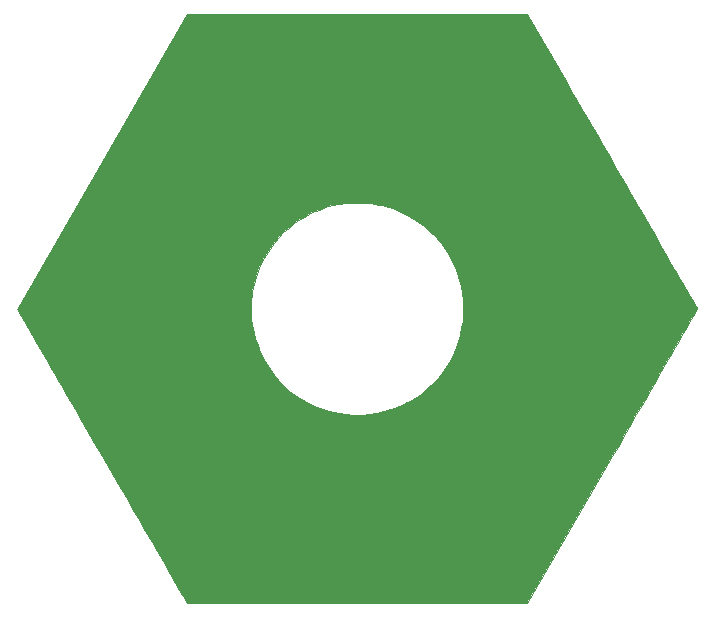
<source format=gbr>
G04 #@! TF.GenerationSoftware,KiCad,Pcbnew,5.1.5+dfsg1-2build2*
G04 #@! TF.CreationDate,2021-04-12T21:16:20-04:00*
G04 #@! TF.ProjectId,ore_tile,6f72655f-7469-46c6-952e-6b696361645f,rev?*
G04 #@! TF.SameCoordinates,Original*
G04 #@! TF.FileFunction,Copper,L2,Bot*
G04 #@! TF.FilePolarity,Positive*
%FSLAX46Y46*%
G04 Gerber Fmt 4.6, Leading zero omitted, Abs format (unit mm)*
G04 Created by KiCad (PCBNEW 5.1.5+dfsg1-2build2) date 2021-04-12 21:16:20*
%MOMM*%
%LPD*%
G04 APERTURE LIST*
%ADD10C,0.010000*%
G04 APERTURE END LIST*
D10*
G36*
X-3050Y24929057D02*
G01*
X14399884Y24923750D01*
X17831401Y18986500D01*
X18131778Y18466783D01*
X18451310Y17913925D01*
X18787966Y17331436D01*
X19139718Y16722828D01*
X19504537Y16091612D01*
X19880393Y15441298D01*
X20265257Y14775397D01*
X20657101Y14097421D01*
X21053894Y13410880D01*
X21453607Y12719285D01*
X21854213Y12026147D01*
X22253680Y11334978D01*
X22649981Y10649287D01*
X23041086Y9972586D01*
X23424966Y9308385D01*
X23799591Y8660197D01*
X24162933Y8031531D01*
X24512962Y7425899D01*
X24847649Y6846811D01*
X25013618Y6559646D01*
X25294366Y6073853D01*
X25569718Y5597335D01*
X25838916Y5131406D01*
X26101203Y4677377D01*
X26355821Y4236562D01*
X26602013Y3810273D01*
X26839022Y3399823D01*
X27066090Y3006525D01*
X27282461Y2631691D01*
X27487376Y2276634D01*
X27680078Y1942667D01*
X27859810Y1631101D01*
X28025815Y1343251D01*
X28177335Y1080428D01*
X28313614Y843946D01*
X28433893Y635116D01*
X28537415Y455252D01*
X28623423Y305666D01*
X28691159Y187670D01*
X28739867Y102579D01*
X28768789Y51703D01*
X28777253Y36334D01*
X28767604Y15629D01*
X28736885Y-41467D01*
X28685240Y-134707D01*
X28612808Y-263844D01*
X28519732Y-428632D01*
X28406154Y-628824D01*
X28272214Y-864176D01*
X28118054Y-1134439D01*
X27943816Y-1439368D01*
X27749641Y-1778716D01*
X27535671Y-2152236D01*
X27302046Y-2559684D01*
X27048909Y-3000811D01*
X26776401Y-3475372D01*
X26484663Y-3983121D01*
X26173838Y-4523811D01*
X25844065Y-5097195D01*
X25495487Y-5703027D01*
X25128246Y-6341062D01*
X24742483Y-7011051D01*
X24338338Y-7712750D01*
X23915955Y-8445912D01*
X23475473Y-9210290D01*
X23017035Y-10005638D01*
X22540783Y-10831710D01*
X22046856Y-11688259D01*
X21598377Y-12465854D01*
X14406565Y-24934334D01*
X-14392357Y-24934334D01*
X-14422231Y-24886709D01*
X-14434517Y-24865687D01*
X-14467311Y-24809164D01*
X-14519945Y-24718296D01*
X-14591751Y-24594238D01*
X-14682062Y-24438146D01*
X-14790209Y-24251175D01*
X-14915526Y-24034482D01*
X-15057343Y-23789221D01*
X-15214995Y-23516548D01*
X-15387812Y-23217619D01*
X-15575127Y-22893590D01*
X-15776273Y-22545616D01*
X-15990582Y-22174853D01*
X-16217386Y-21782456D01*
X-16456017Y-21369582D01*
X-16705807Y-20937385D01*
X-16966090Y-20487022D01*
X-17236197Y-20019648D01*
X-17515460Y-19536418D01*
X-17803213Y-19038489D01*
X-18098786Y-18527016D01*
X-18401512Y-18003154D01*
X-18710725Y-17468059D01*
X-19025755Y-16922887D01*
X-19345935Y-16368794D01*
X-19670598Y-15806935D01*
X-19999076Y-15238465D01*
X-20330701Y-14664541D01*
X-20664805Y-14086318D01*
X-21000721Y-13504952D01*
X-21337781Y-12921598D01*
X-21675318Y-12337412D01*
X-22012662Y-11753549D01*
X-22349148Y-11171165D01*
X-22684107Y-10591417D01*
X-23016871Y-10015458D01*
X-23346773Y-9444446D01*
X-23673145Y-8879536D01*
X-23995319Y-8321883D01*
X-24312628Y-7772643D01*
X-24624403Y-7232971D01*
X-24929978Y-6704024D01*
X-25228684Y-6186957D01*
X-25519854Y-5682925D01*
X-25802820Y-5193084D01*
X-26076914Y-4718590D01*
X-26341469Y-4260599D01*
X-26595817Y-3820266D01*
X-26839290Y-3398746D01*
X-27071220Y-2997196D01*
X-27290940Y-2616770D01*
X-27497782Y-2258625D01*
X-27691079Y-1923917D01*
X-27870162Y-1613800D01*
X-28034364Y-1329431D01*
X-28183017Y-1071965D01*
X-28315454Y-842558D01*
X-28431006Y-642365D01*
X-28529007Y-472542D01*
X-28608787Y-334245D01*
X-28669681Y-228629D01*
X-28711019Y-156850D01*
X-28732135Y-120064D01*
X-28734569Y-115769D01*
X-28793838Y-9287D01*
X-28757185Y54258D01*
X-8991375Y54258D01*
X-8990550Y-171370D01*
X-8986153Y-386487D01*
X-8978087Y-582306D01*
X-8966254Y-750035D01*
X-8965139Y-762000D01*
X-8887456Y-1365572D01*
X-8770855Y-1959551D01*
X-8616561Y-2541955D01*
X-8425797Y-3110806D01*
X-8199785Y-3664123D01*
X-7939749Y-4199926D01*
X-7646912Y-4716235D01*
X-7322496Y-5211071D01*
X-6967726Y-5682452D01*
X-6583823Y-6128400D01*
X-6172012Y-6546934D01*
X-5733515Y-6936074D01*
X-5269556Y-7293839D01*
X-4781357Y-7618251D01*
X-4699000Y-7668173D01*
X-4177127Y-7962114D01*
X-3659216Y-8216357D01*
X-3140700Y-8432219D01*
X-2617013Y-8611020D01*
X-2083592Y-8754077D01*
X-1535869Y-8862709D01*
X-969280Y-8938233D01*
X-379260Y-8981968D01*
X-116416Y-8991349D01*
X-45220Y-8991370D01*
X57634Y-8989095D01*
X181553Y-8984870D01*
X315945Y-8979041D01*
X412750Y-8974071D01*
X1044028Y-8919868D01*
X1657997Y-8827397D01*
X2256370Y-8696210D01*
X2840861Y-8525858D01*
X3413183Y-8315890D01*
X3975052Y-8065859D01*
X4084933Y-8011701D01*
X4515969Y-7782069D01*
X4918660Y-7537944D01*
X5301177Y-7273460D01*
X5671691Y-6982752D01*
X6038373Y-6659955D01*
X6252157Y-6456065D01*
X6503556Y-6204056D01*
X6725886Y-5968438D01*
X6925397Y-5742265D01*
X7108341Y-5518589D01*
X7185891Y-5418261D01*
X7527609Y-4933832D01*
X7834490Y-4427095D01*
X8106090Y-3900427D01*
X8341967Y-3356203D01*
X8541676Y-2796797D01*
X8704775Y-2224584D01*
X8830821Y-1641940D01*
X8919369Y-1051239D01*
X8969977Y-454857D01*
X8982201Y144832D01*
X8955597Y745453D01*
X8889724Y1344629D01*
X8784136Y1939988D01*
X8657009Y2462517D01*
X8488749Y2997381D01*
X8279855Y3528921D01*
X8032025Y4053901D01*
X7746959Y4569085D01*
X7426355Y5071237D01*
X7071912Y5557121D01*
X6955189Y5704232D01*
X6852222Y5825330D01*
X6723407Y5967158D01*
X6575313Y6123220D01*
X6414512Y6287019D01*
X6247571Y6452061D01*
X6081060Y6611848D01*
X5921550Y6759884D01*
X5775608Y6889673D01*
X5651500Y6993368D01*
X5151175Y7365998D01*
X4628593Y7703088D01*
X4085648Y8003703D01*
X3524231Y8266910D01*
X2946237Y8491775D01*
X2353558Y8677365D01*
X2106084Y8742053D01*
X1784934Y8816236D01*
X1481393Y8875169D01*
X1185047Y8920041D01*
X885480Y8952040D01*
X572279Y8972353D01*
X235029Y8982167D01*
X-10583Y8983458D01*
X-292289Y8980921D01*
X-540752Y8974505D01*
X-764944Y8963542D01*
X-973833Y8947359D01*
X-1176389Y8925285D01*
X-1381582Y8896650D01*
X-1559272Y8867601D01*
X-2136478Y8746692D01*
X-2704158Y8585586D01*
X-3260291Y8385749D01*
X-3802862Y8148645D01*
X-4329851Y7875740D01*
X-4839239Y7568499D01*
X-5329010Y7228386D01*
X-5797145Y6856869D01*
X-6241625Y6455410D01*
X-6660432Y6025476D01*
X-7051549Y5568533D01*
X-7412957Y5086044D01*
X-7742638Y4579475D01*
X-7940785Y4234645D01*
X-8192153Y3732642D01*
X-8410940Y3207584D01*
X-8597552Y2658171D01*
X-8752398Y2083099D01*
X-8875887Y1481067D01*
X-8945312Y1032408D01*
X-8960893Y886075D01*
X-8973386Y706304D01*
X-8982696Y501884D01*
X-8988725Y281606D01*
X-8991375Y54258D01*
X-28757185Y54258D01*
X-21599912Y12462538D01*
X-14405985Y24934364D01*
X-3050Y24929057D01*
G37*
X-3050Y24929057D02*
X14399884Y24923750D01*
X17831401Y18986500D01*
X18131778Y18466783D01*
X18451310Y17913925D01*
X18787966Y17331436D01*
X19139718Y16722828D01*
X19504537Y16091612D01*
X19880393Y15441298D01*
X20265257Y14775397D01*
X20657101Y14097421D01*
X21053894Y13410880D01*
X21453607Y12719285D01*
X21854213Y12026147D01*
X22253680Y11334978D01*
X22649981Y10649287D01*
X23041086Y9972586D01*
X23424966Y9308385D01*
X23799591Y8660197D01*
X24162933Y8031531D01*
X24512962Y7425899D01*
X24847649Y6846811D01*
X25013618Y6559646D01*
X25294366Y6073853D01*
X25569718Y5597335D01*
X25838916Y5131406D01*
X26101203Y4677377D01*
X26355821Y4236562D01*
X26602013Y3810273D01*
X26839022Y3399823D01*
X27066090Y3006525D01*
X27282461Y2631691D01*
X27487376Y2276634D01*
X27680078Y1942667D01*
X27859810Y1631101D01*
X28025815Y1343251D01*
X28177335Y1080428D01*
X28313614Y843946D01*
X28433893Y635116D01*
X28537415Y455252D01*
X28623423Y305666D01*
X28691159Y187670D01*
X28739867Y102579D01*
X28768789Y51703D01*
X28777253Y36334D01*
X28767604Y15629D01*
X28736885Y-41467D01*
X28685240Y-134707D01*
X28612808Y-263844D01*
X28519732Y-428632D01*
X28406154Y-628824D01*
X28272214Y-864176D01*
X28118054Y-1134439D01*
X27943816Y-1439368D01*
X27749641Y-1778716D01*
X27535671Y-2152236D01*
X27302046Y-2559684D01*
X27048909Y-3000811D01*
X26776401Y-3475372D01*
X26484663Y-3983121D01*
X26173838Y-4523811D01*
X25844065Y-5097195D01*
X25495487Y-5703027D01*
X25128246Y-6341062D01*
X24742483Y-7011051D01*
X24338338Y-7712750D01*
X23915955Y-8445912D01*
X23475473Y-9210290D01*
X23017035Y-10005638D01*
X22540783Y-10831710D01*
X22046856Y-11688259D01*
X21598377Y-12465854D01*
X14406565Y-24934334D01*
X-14392357Y-24934334D01*
X-14422231Y-24886709D01*
X-14434517Y-24865687D01*
X-14467311Y-24809164D01*
X-14519945Y-24718296D01*
X-14591751Y-24594238D01*
X-14682062Y-24438146D01*
X-14790209Y-24251175D01*
X-14915526Y-24034482D01*
X-15057343Y-23789221D01*
X-15214995Y-23516548D01*
X-15387812Y-23217619D01*
X-15575127Y-22893590D01*
X-15776273Y-22545616D01*
X-15990582Y-22174853D01*
X-16217386Y-21782456D01*
X-16456017Y-21369582D01*
X-16705807Y-20937385D01*
X-16966090Y-20487022D01*
X-17236197Y-20019648D01*
X-17515460Y-19536418D01*
X-17803213Y-19038489D01*
X-18098786Y-18527016D01*
X-18401512Y-18003154D01*
X-18710725Y-17468059D01*
X-19025755Y-16922887D01*
X-19345935Y-16368794D01*
X-19670598Y-15806935D01*
X-19999076Y-15238465D01*
X-20330701Y-14664541D01*
X-20664805Y-14086318D01*
X-21000721Y-13504952D01*
X-21337781Y-12921598D01*
X-21675318Y-12337412D01*
X-22012662Y-11753549D01*
X-22349148Y-11171165D01*
X-22684107Y-10591417D01*
X-23016871Y-10015458D01*
X-23346773Y-9444446D01*
X-23673145Y-8879536D01*
X-23995319Y-8321883D01*
X-24312628Y-7772643D01*
X-24624403Y-7232971D01*
X-24929978Y-6704024D01*
X-25228684Y-6186957D01*
X-25519854Y-5682925D01*
X-25802820Y-5193084D01*
X-26076914Y-4718590D01*
X-26341469Y-4260599D01*
X-26595817Y-3820266D01*
X-26839290Y-3398746D01*
X-27071220Y-2997196D01*
X-27290940Y-2616770D01*
X-27497782Y-2258625D01*
X-27691079Y-1923917D01*
X-27870162Y-1613800D01*
X-28034364Y-1329431D01*
X-28183017Y-1071965D01*
X-28315454Y-842558D01*
X-28431006Y-642365D01*
X-28529007Y-472542D01*
X-28608787Y-334245D01*
X-28669681Y-228629D01*
X-28711019Y-156850D01*
X-28732135Y-120064D01*
X-28734569Y-115769D01*
X-28793838Y-9287D01*
X-28757185Y54258D01*
X-8991375Y54258D01*
X-8990550Y-171370D01*
X-8986153Y-386487D01*
X-8978087Y-582306D01*
X-8966254Y-750035D01*
X-8965139Y-762000D01*
X-8887456Y-1365572D01*
X-8770855Y-1959551D01*
X-8616561Y-2541955D01*
X-8425797Y-3110806D01*
X-8199785Y-3664123D01*
X-7939749Y-4199926D01*
X-7646912Y-4716235D01*
X-7322496Y-5211071D01*
X-6967726Y-5682452D01*
X-6583823Y-6128400D01*
X-6172012Y-6546934D01*
X-5733515Y-6936074D01*
X-5269556Y-7293839D01*
X-4781357Y-7618251D01*
X-4699000Y-7668173D01*
X-4177127Y-7962114D01*
X-3659216Y-8216357D01*
X-3140700Y-8432219D01*
X-2617013Y-8611020D01*
X-2083592Y-8754077D01*
X-1535869Y-8862709D01*
X-969280Y-8938233D01*
X-379260Y-8981968D01*
X-116416Y-8991349D01*
X-45220Y-8991370D01*
X57634Y-8989095D01*
X181553Y-8984870D01*
X315945Y-8979041D01*
X412750Y-8974071D01*
X1044028Y-8919868D01*
X1657997Y-8827397D01*
X2256370Y-8696210D01*
X2840861Y-8525858D01*
X3413183Y-8315890D01*
X3975052Y-8065859D01*
X4084933Y-8011701D01*
X4515969Y-7782069D01*
X4918660Y-7537944D01*
X5301177Y-7273460D01*
X5671691Y-6982752D01*
X6038373Y-6659955D01*
X6252157Y-6456065D01*
X6503556Y-6204056D01*
X6725886Y-5968438D01*
X6925397Y-5742265D01*
X7108341Y-5518589D01*
X7185891Y-5418261D01*
X7527609Y-4933832D01*
X7834490Y-4427095D01*
X8106090Y-3900427D01*
X8341967Y-3356203D01*
X8541676Y-2796797D01*
X8704775Y-2224584D01*
X8830821Y-1641940D01*
X8919369Y-1051239D01*
X8969977Y-454857D01*
X8982201Y144832D01*
X8955597Y745453D01*
X8889724Y1344629D01*
X8784136Y1939988D01*
X8657009Y2462517D01*
X8488749Y2997381D01*
X8279855Y3528921D01*
X8032025Y4053901D01*
X7746959Y4569085D01*
X7426355Y5071237D01*
X7071912Y5557121D01*
X6955189Y5704232D01*
X6852222Y5825330D01*
X6723407Y5967158D01*
X6575313Y6123220D01*
X6414512Y6287019D01*
X6247571Y6452061D01*
X6081060Y6611848D01*
X5921550Y6759884D01*
X5775608Y6889673D01*
X5651500Y6993368D01*
X5151175Y7365998D01*
X4628593Y7703088D01*
X4085648Y8003703D01*
X3524231Y8266910D01*
X2946237Y8491775D01*
X2353558Y8677365D01*
X2106084Y8742053D01*
X1784934Y8816236D01*
X1481393Y8875169D01*
X1185047Y8920041D01*
X885480Y8952040D01*
X572279Y8972353D01*
X235029Y8982167D01*
X-10583Y8983458D01*
X-292289Y8980921D01*
X-540752Y8974505D01*
X-764944Y8963542D01*
X-973833Y8947359D01*
X-1176389Y8925285D01*
X-1381582Y8896650D01*
X-1559272Y8867601D01*
X-2136478Y8746692D01*
X-2704158Y8585586D01*
X-3260291Y8385749D01*
X-3802862Y8148645D01*
X-4329851Y7875740D01*
X-4839239Y7568499D01*
X-5329010Y7228386D01*
X-5797145Y6856869D01*
X-6241625Y6455410D01*
X-6660432Y6025476D01*
X-7051549Y5568533D01*
X-7412957Y5086044D01*
X-7742638Y4579475D01*
X-7940785Y4234645D01*
X-8192153Y3732642D01*
X-8410940Y3207584D01*
X-8597552Y2658171D01*
X-8752398Y2083099D01*
X-8875887Y1481067D01*
X-8945312Y1032408D01*
X-8960893Y886075D01*
X-8973386Y706304D01*
X-8982696Y501884D01*
X-8988725Y281606D01*
X-8991375Y54258D01*
X-28757185Y54258D01*
X-21599912Y12462538D01*
X-14405985Y24934364D01*
X-3050Y24929057D01*
M02*

</source>
